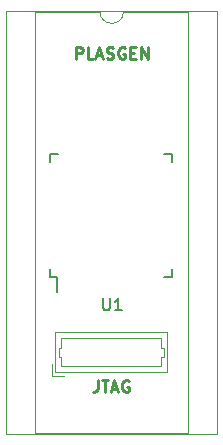
<source format=gbr>
G04 #@! TF.GenerationSoftware,KiCad,Pcbnew,(5.1.4)-1*
G04 #@! TF.CreationDate,2020-02-29T18:51:57+01:00*
G04 #@! TF.ProjectId,PLA_C64,504c415f-4336-4342-9e6b-696361645f70,rev?*
G04 #@! TF.SameCoordinates,Original*
G04 #@! TF.FileFunction,Legend,Top*
G04 #@! TF.FilePolarity,Positive*
%FSLAX46Y46*%
G04 Gerber Fmt 4.6, Leading zero omitted, Abs format (unit mm)*
G04 Created by KiCad (PCBNEW (5.1.4)-1) date 2020-02-29 18:51:57*
%MOMM*%
%LPD*%
G04 APERTURE LIST*
%ADD10C,0.250000*%
%ADD11C,0.120000*%
%ADD12C,0.150000*%
G04 APERTURE END LIST*
D10*
X23133513Y-46505880D02*
X23133513Y-47220166D01*
X23085894Y-47363023D01*
X22990656Y-47458261D01*
X22847799Y-47505880D01*
X22752560Y-47505880D01*
X23466846Y-46505880D02*
X24038275Y-46505880D01*
X23752560Y-47505880D02*
X23752560Y-46505880D01*
X24323989Y-47220166D02*
X24800180Y-47220166D01*
X24228751Y-47505880D02*
X24562084Y-46505880D01*
X24895418Y-47505880D01*
X25752560Y-46553500D02*
X25657322Y-46505880D01*
X25514465Y-46505880D01*
X25371608Y-46553500D01*
X25276370Y-46648738D01*
X25228751Y-46743976D01*
X25181132Y-46934452D01*
X25181132Y-47077309D01*
X25228751Y-47267785D01*
X25276370Y-47363023D01*
X25371608Y-47458261D01*
X25514465Y-47505880D01*
X25609703Y-47505880D01*
X25752560Y-47458261D01*
X25800180Y-47410642D01*
X25800180Y-47077309D01*
X25609703Y-47077309D01*
X21285580Y-19301720D02*
X21285580Y-18301720D01*
X21666533Y-18301720D01*
X21761771Y-18349340D01*
X21809390Y-18396959D01*
X21857009Y-18492197D01*
X21857009Y-18635054D01*
X21809390Y-18730292D01*
X21761771Y-18777911D01*
X21666533Y-18825530D01*
X21285580Y-18825530D01*
X22761771Y-19301720D02*
X22285580Y-19301720D01*
X22285580Y-18301720D01*
X23047485Y-19016006D02*
X23523676Y-19016006D01*
X22952247Y-19301720D02*
X23285580Y-18301720D01*
X23618914Y-19301720D01*
X23904628Y-19254101D02*
X24047485Y-19301720D01*
X24285580Y-19301720D01*
X24380819Y-19254101D01*
X24428438Y-19206482D01*
X24476057Y-19111244D01*
X24476057Y-19016006D01*
X24428438Y-18920768D01*
X24380819Y-18873149D01*
X24285580Y-18825530D01*
X24095104Y-18777911D01*
X23999866Y-18730292D01*
X23952247Y-18682673D01*
X23904628Y-18587435D01*
X23904628Y-18492197D01*
X23952247Y-18396959D01*
X23999866Y-18349340D01*
X24095104Y-18301720D01*
X24333200Y-18301720D01*
X24476057Y-18349340D01*
X25428438Y-18349340D02*
X25333200Y-18301720D01*
X25190342Y-18301720D01*
X25047485Y-18349340D01*
X24952247Y-18444578D01*
X24904628Y-18539816D01*
X24857009Y-18730292D01*
X24857009Y-18873149D01*
X24904628Y-19063625D01*
X24952247Y-19158863D01*
X25047485Y-19254101D01*
X25190342Y-19301720D01*
X25285580Y-19301720D01*
X25428438Y-19254101D01*
X25476057Y-19206482D01*
X25476057Y-18873149D01*
X25285580Y-18873149D01*
X25904628Y-18777911D02*
X26237961Y-18777911D01*
X26380819Y-19301720D02*
X25904628Y-19301720D01*
X25904628Y-18301720D01*
X26380819Y-18301720D01*
X26809390Y-19301720D02*
X26809390Y-18301720D01*
X27380819Y-19301720D01*
X27380819Y-18301720D01*
D11*
X19265800Y-46124500D02*
X20265800Y-46124500D01*
X19265800Y-46124500D02*
X19265800Y-45124500D01*
X28515800Y-42924500D02*
X24290800Y-42924500D01*
X28515800Y-43774500D02*
X28515800Y-42924500D01*
X28715800Y-43774500D02*
X28515800Y-43774500D01*
X28715800Y-44574500D02*
X28715800Y-43774500D01*
X28515800Y-44574500D02*
X28715800Y-44574500D01*
X28515800Y-45324500D02*
X28515800Y-44574500D01*
X24290800Y-45324500D02*
X28515800Y-45324500D01*
X20065800Y-42924500D02*
X24290800Y-42924500D01*
X20065800Y-43774500D02*
X20065800Y-42924500D01*
X19865800Y-43774500D02*
X20065800Y-43774500D01*
X19865800Y-44574500D02*
X19865800Y-43774500D01*
X20065800Y-44574500D02*
X19865800Y-44574500D01*
X20065800Y-45324500D02*
X20065800Y-44574500D01*
X24290800Y-45324500D02*
X20065800Y-45324500D01*
X29025800Y-42414500D02*
X19555800Y-42414500D01*
X29025800Y-45834500D02*
X29025800Y-42414500D01*
X19555800Y-45834500D02*
X29025800Y-45834500D01*
X19555800Y-42414500D02*
X19555800Y-45834500D01*
D12*
X19696100Y-37742900D02*
X19696100Y-39017900D01*
X19121100Y-27392900D02*
X19121100Y-28067900D01*
X29471100Y-27392900D02*
X29471100Y-28067900D01*
X29471100Y-37742900D02*
X29471100Y-37067900D01*
X19121100Y-37742900D02*
X19121100Y-37067900D01*
X29471100Y-37742900D02*
X28796100Y-37742900D01*
X29471100Y-27392900D02*
X28796100Y-27392900D01*
X19121100Y-27392900D02*
X19796100Y-27392900D01*
X19121100Y-37742900D02*
X19696100Y-37742900D01*
D11*
X33282300Y-15238600D02*
X15382300Y-15238600D01*
X33282300Y-51038600D02*
X33282300Y-15238600D01*
X15382300Y-51038600D02*
X33282300Y-51038600D01*
X15382300Y-15238600D02*
X15382300Y-51038600D01*
X30792300Y-15298600D02*
X25332300Y-15298600D01*
X30792300Y-50978600D02*
X30792300Y-15298600D01*
X17872300Y-50978600D02*
X30792300Y-50978600D01*
X17872300Y-15298600D02*
X17872300Y-50978600D01*
X23332300Y-15298600D02*
X17872300Y-15298600D01*
X25332300Y-15298600D02*
G75*
G02X23332300Y-15298600I-1000000J0D01*
G01*
D12*
X23611935Y-39589500D02*
X23611935Y-40399024D01*
X23659554Y-40494262D01*
X23707173Y-40541881D01*
X23802411Y-40589500D01*
X23992887Y-40589500D01*
X24088125Y-40541881D01*
X24135744Y-40494262D01*
X24183363Y-40399024D01*
X24183363Y-39589500D01*
X25183363Y-40589500D02*
X24611935Y-40589500D01*
X24897649Y-40589500D02*
X24897649Y-39589500D01*
X24802411Y-39732358D01*
X24707173Y-39827596D01*
X24611935Y-39875215D01*
M02*

</source>
